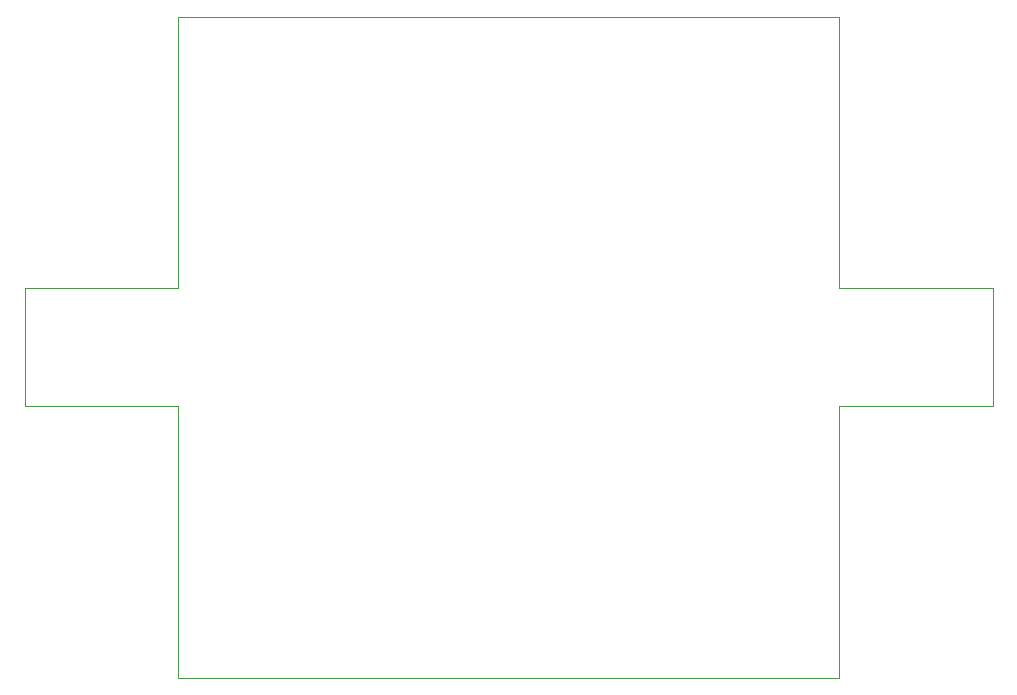
<source format=gbr>
%TF.GenerationSoftware,KiCad,Pcbnew,7.0.11-7.0.11~ubuntu22.04.1*%
%TF.CreationDate,2025-06-19T16:31:21+03:00*%
%TF.ProjectId,dye-sub-top,6479652d-7375-4622-9d74-6f702e6b6963,rev?*%
%TF.SameCoordinates,PXe4e1c0PYe4e1c0*%
%TF.FileFunction,Profile,NP*%
%FSLAX46Y46*%
G04 Gerber Fmt 4.6, Leading zero omitted, Abs format (unit mm)*
G04 Created by KiCad (PCBNEW 7.0.11-7.0.11~ubuntu22.04.1) date 2025-06-19 16:31:21*
%MOMM*%
%LPD*%
G01*
G04 APERTURE LIST*
%TA.AperFunction,Profile*%
%ADD10C,0.050000*%
%TD*%
G04 APERTURE END LIST*
D10*
X0Y-33000000D02*
X0Y-23000000D01*
X13000000Y-33000000D02*
X0Y-33000000D01*
X13000000Y-56000000D02*
X13000000Y-33000000D01*
X69000000Y-56000000D02*
X13000000Y-56000000D01*
X69000000Y-33000000D02*
X69000000Y-56000000D01*
X82000000Y-33000000D02*
X69000000Y-33000000D01*
X82000000Y-23000000D02*
X82000000Y-33000000D01*
X69000000Y-23000000D02*
X82000000Y-23000000D01*
X69000000Y0D02*
X69000000Y-23000000D01*
X13000000Y0D02*
X69000000Y0D01*
X13000000Y-23000000D02*
X13000000Y0D01*
X0Y-23000000D02*
X13000000Y-23000000D01*
M02*

</source>
